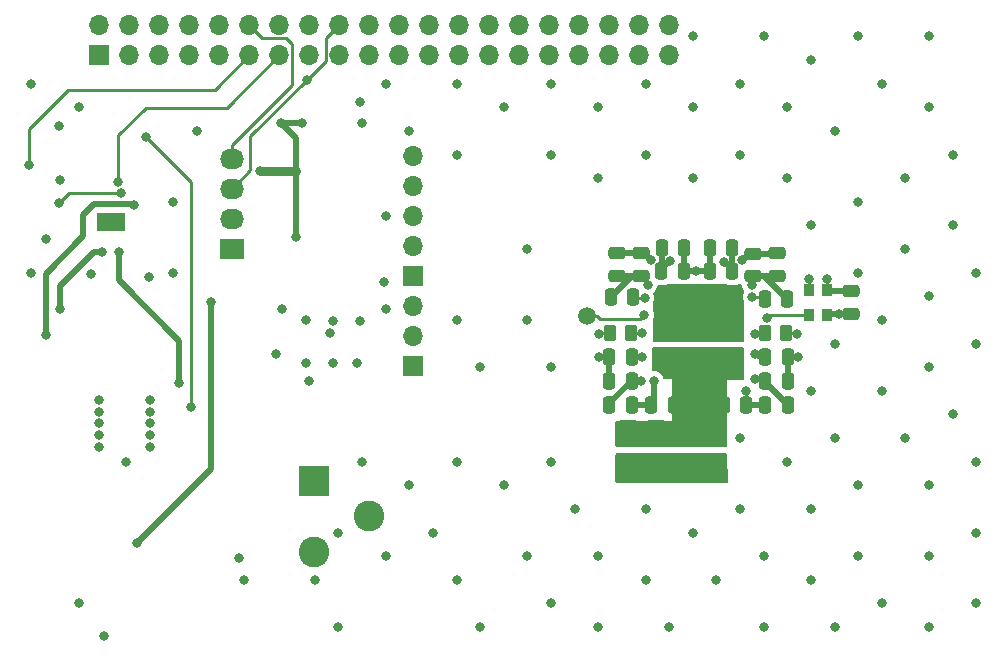
<source format=gbl>
G04 #@! TF.GenerationSoftware,KiCad,Pcbnew,7.0.7-7.0.7~ubuntu22.04.1*
G04 #@! TF.CreationDate,2023-10-23T09:56:03+02:00*
G04 #@! TF.ProjectId,bitaxeUltra,62697461-7865-4556-9c74-72612e6b6963,rev?*
G04 #@! TF.SameCoordinates,Original*
G04 #@! TF.FileFunction,Copper,L4,Bot*
G04 #@! TF.FilePolarity,Positive*
%FSLAX46Y46*%
G04 Gerber Fmt 4.6, Leading zero omitted, Abs format (unit mm)*
G04 Created by KiCad (PCBNEW 7.0.7-7.0.7~ubuntu22.04.1) date 2023-10-23 09:56:03*
%MOMM*%
%LPD*%
G01*
G04 APERTURE LIST*
G04 Aperture macros list*
%AMRoundRect*
0 Rectangle with rounded corners*
0 $1 Rounding radius*
0 $2 $3 $4 $5 $6 $7 $8 $9 X,Y pos of 4 corners*
0 Add a 4 corners polygon primitive as box body*
4,1,4,$2,$3,$4,$5,$6,$7,$8,$9,$2,$3,0*
0 Add four circle primitives for the rounded corners*
1,1,$1+$1,$2,$3*
1,1,$1+$1,$4,$5*
1,1,$1+$1,$6,$7*
1,1,$1+$1,$8,$9*
0 Add four rect primitives between the rounded corners*
20,1,$1+$1,$2,$3,$4,$5,0*
20,1,$1+$1,$4,$5,$6,$7,0*
20,1,$1+$1,$6,$7,$8,$9,0*
20,1,$1+$1,$8,$9,$2,$3,0*%
G04 Aperture macros list end*
G04 #@! TA.AperFunction,ComponentPad*
%ADD10R,1.700000X1.700000*%
G04 #@! TD*
G04 #@! TA.AperFunction,ComponentPad*
%ADD11O,1.700000X1.700000*%
G04 #@! TD*
G04 #@! TA.AperFunction,ComponentPad*
%ADD12R,2.030000X1.730000*%
G04 #@! TD*
G04 #@! TA.AperFunction,ComponentPad*
%ADD13O,2.030000X1.730000*%
G04 #@! TD*
G04 #@! TA.AperFunction,ComponentPad*
%ADD14R,2.600000X2.600000*%
G04 #@! TD*
G04 #@! TA.AperFunction,ComponentPad*
%ADD15C,2.600000*%
G04 #@! TD*
G04 #@! TA.AperFunction,ComponentPad*
%ADD16C,0.600000*%
G04 #@! TD*
G04 #@! TA.AperFunction,SMDPad,CuDef*
%ADD17R,2.400000X1.650000*%
G04 #@! TD*
G04 #@! TA.AperFunction,SMDPad,CuDef*
%ADD18RoundRect,0.250000X0.475000X-0.250000X0.475000X0.250000X-0.475000X0.250000X-0.475000X-0.250000X0*%
G04 #@! TD*
G04 #@! TA.AperFunction,SMDPad,CuDef*
%ADD19RoundRect,0.250000X0.250000X0.475000X-0.250000X0.475000X-0.250000X-0.475000X0.250000X-0.475000X0*%
G04 #@! TD*
G04 #@! TA.AperFunction,SMDPad,CuDef*
%ADD20RoundRect,0.250000X-0.250000X-0.475000X0.250000X-0.475000X0.250000X0.475000X-0.250000X0.475000X0*%
G04 #@! TD*
G04 #@! TA.AperFunction,SMDPad,CuDef*
%ADD21RoundRect,0.250000X-0.650000X0.325000X-0.650000X-0.325000X0.650000X-0.325000X0.650000X0.325000X0*%
G04 #@! TD*
G04 #@! TA.AperFunction,SMDPad,CuDef*
%ADD22RoundRect,0.250000X-0.475000X0.250000X-0.475000X-0.250000X0.475000X-0.250000X0.475000X0.250000X0*%
G04 #@! TD*
G04 #@! TA.AperFunction,SMDPad,CuDef*
%ADD23R,0.900000X1.000000*%
G04 #@! TD*
G04 #@! TA.AperFunction,SMDPad,CuDef*
%ADD24RoundRect,0.250000X0.262500X0.450000X-0.262500X0.450000X-0.262500X-0.450000X0.262500X-0.450000X0*%
G04 #@! TD*
G04 #@! TA.AperFunction,SMDPad,CuDef*
%ADD25C,1.500000*%
G04 #@! TD*
G04 #@! TA.AperFunction,ViaPad*
%ADD26C,0.800000*%
G04 #@! TD*
G04 #@! TA.AperFunction,Conductor*
%ADD27C,0.254000*%
G04 #@! TD*
G04 #@! TA.AperFunction,Conductor*
%ADD28C,0.508000*%
G04 #@! TD*
G04 #@! TA.AperFunction,Conductor*
%ADD29C,0.800000*%
G04 #@! TD*
G04 APERTURE END LIST*
D10*
X208280000Y-79248000D03*
D11*
X208280000Y-76708000D03*
X208280000Y-74168000D03*
X208280000Y-71628000D03*
X208280000Y-69088000D03*
D12*
X192994000Y-76952000D03*
D13*
X192994000Y-74412000D03*
X192994000Y-71872000D03*
X192994000Y-69332000D03*
D10*
X181737000Y-60568000D03*
D11*
X181737000Y-58028000D03*
X184277000Y-60568000D03*
X184277000Y-58028000D03*
X186817000Y-60568000D03*
X186817000Y-58028000D03*
X189357000Y-60568000D03*
X189357000Y-58028000D03*
X191897000Y-60568000D03*
X191897000Y-58028000D03*
X194437000Y-60568000D03*
X194437000Y-58028000D03*
X196977000Y-60568000D03*
X196977000Y-58028000D03*
X199517000Y-60568000D03*
X199517000Y-58028000D03*
X202057000Y-60568000D03*
X202057000Y-58028000D03*
X204597000Y-60568000D03*
X204597000Y-58028000D03*
X207137000Y-60568000D03*
X207137000Y-58028000D03*
X209677000Y-60568000D03*
X209677000Y-58028000D03*
X212217000Y-60568000D03*
X212217000Y-58028000D03*
X214757000Y-60568000D03*
X214757000Y-58028000D03*
X217297000Y-60568000D03*
X217297000Y-58028000D03*
X219837000Y-60568000D03*
X219837000Y-58028000D03*
X222377000Y-60568000D03*
X222377000Y-58028000D03*
X224917000Y-60568000D03*
X224917000Y-58028000D03*
X227457000Y-60568000D03*
X227457000Y-58028000D03*
X229997000Y-60568000D03*
X229997000Y-58028000D03*
D10*
X208280000Y-86868000D03*
D11*
X208280000Y-84328000D03*
X208280000Y-81788000D03*
D14*
X199898000Y-96616000D03*
D15*
X199898000Y-102616000D03*
X204598000Y-99616000D03*
D16*
X183561714Y-74254537D03*
X181841714Y-74254537D03*
X182701714Y-74734537D03*
D17*
X182701714Y-74734537D03*
D16*
X183561714Y-75214537D03*
X181841714Y-75214537D03*
D18*
X227584000Y-79248000D03*
X227584000Y-77348000D03*
D19*
X226959200Y-81026000D03*
X225059200Y-81026000D03*
D18*
X239100000Y-79250000D03*
X239100000Y-77350000D03*
D20*
X224922000Y-86106000D03*
X226822000Y-86106000D03*
X229350000Y-76900000D03*
X231250000Y-76900000D03*
D18*
X233426000Y-86040000D03*
X233426000Y-84140000D03*
X229362000Y-86040000D03*
X229362000Y-84140000D03*
D19*
X239999600Y-81229200D03*
X238099600Y-81229200D03*
D21*
X226517200Y-92096800D03*
X226517200Y-95046800D03*
D19*
X226822000Y-88138000D03*
X224922000Y-88138000D03*
X230378000Y-90170000D03*
X228478000Y-90170000D03*
X240030000Y-90170000D03*
X238130000Y-90170000D03*
D18*
X237134400Y-79283600D03*
X237134400Y-77383600D03*
D22*
X245364000Y-80584000D03*
X245364000Y-82484000D03*
D18*
X225600000Y-79250000D03*
X225600000Y-77350000D03*
D19*
X235350000Y-76900000D03*
X233450000Y-76900000D03*
X240030000Y-88138000D03*
X238130000Y-88138000D03*
D21*
X233629200Y-92096800D03*
X233629200Y-95046800D03*
D18*
X235458000Y-86040000D03*
X235458000Y-84140000D03*
D23*
X243345000Y-80459000D03*
X243345000Y-82609000D03*
X241795000Y-82609000D03*
X241795000Y-80459000D03*
D21*
X228904800Y-92096800D03*
X228904800Y-95046800D03*
D18*
X231394000Y-86040000D03*
X231394000Y-84140000D03*
D19*
X235341200Y-78892400D03*
X233441200Y-78892400D03*
D21*
X231292400Y-92096800D03*
X231292400Y-95046800D03*
D19*
X226822000Y-90170000D03*
X224922000Y-90170000D03*
D20*
X229326400Y-78892400D03*
X231226400Y-78892400D03*
D24*
X239926500Y-84074000D03*
X238101500Y-84074000D03*
D20*
X238130000Y-86106000D03*
X240030000Y-86106000D03*
D25*
X223012000Y-82650000D03*
D24*
X226795000Y-84140000D03*
X224970000Y-84140000D03*
D19*
X236540000Y-90170000D03*
X234640000Y-90170000D03*
D26*
X242000000Y-99000000D03*
X186005200Y-89762800D03*
X240000000Y-71000000D03*
X236205209Y-77901612D03*
X224000000Y-109000000D03*
X214000000Y-87000000D03*
X220000000Y-107000000D03*
X186005200Y-92762800D03*
X233934000Y-83362800D03*
X252000000Y-109000000D03*
X240000000Y-95000000D03*
X190000000Y-67000000D03*
X231902000Y-83362800D03*
X218000000Y-103000000D03*
X246000000Y-73000000D03*
X181755200Y-89762800D03*
X230886000Y-83362800D03*
X186005200Y-93762800D03*
X184000000Y-95000000D03*
X206000000Y-103000000D03*
X246000000Y-79000000D03*
X240792000Y-84201000D03*
X231902000Y-80568800D03*
X181039970Y-79135647D03*
X242000000Y-89000000D03*
X218000000Y-77000000D03*
X210000000Y-101000000D03*
X250000000Y-93000000D03*
X232918000Y-80568800D03*
X208000000Y-67000000D03*
X228000000Y-105000000D03*
X232000000Y-59000000D03*
X240000000Y-65000000D03*
X256000000Y-101000000D03*
X238000000Y-103000000D03*
X228000000Y-63000000D03*
X224000000Y-71000000D03*
X228000000Y-69000000D03*
X231902000Y-81889600D03*
X232918000Y-83362800D03*
X181755200Y-90762800D03*
X252000000Y-81000000D03*
X242000000Y-61000000D03*
X242000000Y-105000000D03*
X242000000Y-75000000D03*
X232308400Y-78892400D03*
X256000000Y-95000000D03*
X224000000Y-103000000D03*
X178308000Y-66548000D03*
X236000000Y-63000000D03*
X250000000Y-77000000D03*
X203962000Y-66360000D03*
X232000000Y-71000000D03*
X216000000Y-65000000D03*
X244000000Y-85000000D03*
X224000000Y-65000000D03*
X226517200Y-96316800D03*
X230886000Y-81889600D03*
X244348000Y-82484000D03*
X244000000Y-93000000D03*
X212000000Y-83000000D03*
X230886000Y-80568800D03*
X232000000Y-65000000D03*
X182118000Y-109728000D03*
X236000000Y-69000000D03*
X236000000Y-93000000D03*
X256000000Y-79000000D03*
X194000000Y-105000000D03*
X220000000Y-63000000D03*
X230000000Y-109000000D03*
X180000000Y-107000000D03*
X228854000Y-96316800D03*
X186005200Y-90762800D03*
X178436000Y-71126800D03*
X200000000Y-105000000D03*
X252000000Y-97000000D03*
X254000000Y-91000000D03*
X176000000Y-79000000D03*
X254000000Y-75000000D03*
X201525500Y-83058000D03*
X186005200Y-91762800D03*
X233934000Y-80568800D03*
X252000000Y-65000000D03*
X233578400Y-96316800D03*
X233934000Y-81889600D03*
X212000000Y-105000000D03*
X212000000Y-63000000D03*
X254000000Y-69000000D03*
X244000000Y-67000000D03*
X244000000Y-109000000D03*
X232000000Y-101000000D03*
X248000000Y-83000000D03*
X220000000Y-95000000D03*
X248000000Y-89000000D03*
X180000000Y-65000000D03*
X193548000Y-103124000D03*
X177267600Y-76105200D03*
X176000000Y-63000000D03*
X234000000Y-105000000D03*
X252000000Y-59000000D03*
X188000000Y-73000000D03*
X248000000Y-107000000D03*
X232918000Y-81889600D03*
X248000000Y-63000000D03*
X256000000Y-85000000D03*
X203557500Y-86614000D03*
X220000000Y-87000000D03*
X256000000Y-107000000D03*
X228472036Y-77890343D03*
X218000000Y-83000000D03*
X214000000Y-109000000D03*
X199239500Y-86614000D03*
X202000000Y-101000000D03*
X181755200Y-91762800D03*
X206000000Y-63000000D03*
X208000000Y-97000000D03*
X202000000Y-109000000D03*
X181755200Y-93762800D03*
X201525500Y-86614000D03*
X222000000Y-99000000D03*
X238000000Y-109000000D03*
X231241600Y-96316800D03*
X252000000Y-103000000D03*
X212000000Y-95000000D03*
X246000000Y-59000000D03*
X203811500Y-83058000D03*
X216000000Y-97000000D03*
X204000000Y-95000000D03*
X252000000Y-87000000D03*
X181755200Y-92762800D03*
X220000000Y-69000000D03*
X228000000Y-99000000D03*
X246000000Y-103000000D03*
X185970921Y-79351268D03*
X238000000Y-59000000D03*
X246000000Y-97000000D03*
X199268711Y-83028789D03*
X188000000Y-79000000D03*
X236000000Y-99000000D03*
X212000000Y-69000000D03*
X250000000Y-71000000D03*
X206000000Y-74168000D03*
X206031502Y-82107998D03*
X243332000Y-79502000D03*
X203811500Y-64516000D03*
X224028000Y-84201000D03*
X241808000Y-79502000D03*
X205843500Y-79756000D03*
X230073200Y-77978000D03*
X234600000Y-78100000D03*
X237236000Y-85852000D03*
X240919000Y-86106000D03*
X237236000Y-88011000D03*
X236474000Y-89027000D03*
X233629200Y-93319600D03*
X228904800Y-93319600D03*
X230886000Y-87833200D03*
X231902000Y-87833200D03*
X226517200Y-93268800D03*
X232918000Y-86868000D03*
X233934000Y-86868000D03*
X233934000Y-87833200D03*
X231241600Y-93319600D03*
X230886000Y-86868000D03*
X231902000Y-86868000D03*
X232918000Y-87833200D03*
X228727000Y-88138000D03*
X227584000Y-88138000D03*
X224028000Y-86106000D03*
X227711000Y-86106000D03*
X196699500Y-85852000D03*
X197207500Y-82108000D03*
X199493500Y-88138004D03*
X201271500Y-84074000D03*
X228193600Y-80060844D03*
X236982000Y-80060800D03*
X238316028Y-82813879D03*
X237295975Y-84186015D03*
X197104000Y-66294000D03*
X198397142Y-70363153D03*
X198374000Y-75946000D03*
X195326000Y-70358000D03*
X198882000Y-66294000D03*
X237032800Y-81026000D03*
X227914061Y-81123655D03*
X227711000Y-84074000D03*
X183337536Y-71318611D03*
X175768000Y-69850000D03*
X183389000Y-77248200D03*
X188519800Y-88322600D03*
X181966600Y-77248200D03*
X178461400Y-82074200D03*
X183551503Y-72246155D03*
X178334400Y-73108000D03*
X177200000Y-84300000D03*
X184900000Y-101900000D03*
X184700000Y-73259537D03*
X191200000Y-81500000D03*
X185674000Y-67545637D03*
X189484000Y-90354600D03*
X199307706Y-62655706D03*
X227888800Y-82600800D03*
D27*
X240665000Y-84074000D02*
X240792000Y-84201000D01*
D28*
X233450000Y-78883600D02*
X233441200Y-78892400D01*
D27*
X245364000Y-82484000D02*
X244348000Y-82484000D01*
D28*
X228904800Y-95046800D02*
X228904800Y-96266000D01*
D27*
X239926500Y-84074000D02*
X240665000Y-84074000D01*
D28*
X228472036Y-77890343D02*
X227929693Y-77348000D01*
X231250000Y-76900000D02*
X231250000Y-78868800D01*
X226517200Y-95046800D02*
X226517200Y-96316800D01*
X227582000Y-77350000D02*
X227584000Y-77348000D01*
X228904800Y-96266000D02*
X228854000Y-96316800D01*
X243470000Y-82484000D02*
X244348000Y-82484000D01*
X231226400Y-78892400D02*
X233441200Y-78892400D01*
X231250000Y-78868800D02*
X231226400Y-78892400D01*
X227929693Y-77348000D02*
X227584000Y-77348000D01*
X236205209Y-77901612D02*
X236723221Y-77383600D01*
X239066400Y-77383600D02*
X239100000Y-77350000D01*
X231292400Y-96266000D02*
X231241600Y-96316800D01*
D27*
X243345000Y-82609000D02*
X243470000Y-82484000D01*
D28*
X236723221Y-77383600D02*
X237134400Y-77383600D01*
X233629200Y-95046800D02*
X233629200Y-96266000D01*
X233629200Y-96266000D02*
X233578400Y-96316800D01*
X225600000Y-77350000D02*
X227582000Y-77350000D01*
X233450000Y-76900000D02*
X233450000Y-78883600D01*
X237134400Y-77383600D02*
X239066400Y-77383600D01*
X231292400Y-95046800D02*
X231292400Y-96266000D01*
D27*
X241795000Y-80459000D02*
X241795000Y-79515000D01*
X224089000Y-84140000D02*
X224028000Y-84201000D01*
X243470000Y-80584000D02*
X243345000Y-80459000D01*
X224970000Y-84140000D02*
X224089000Y-84140000D01*
X241795000Y-79515000D02*
X241808000Y-79502000D01*
X243345000Y-80459000D02*
X243345000Y-79515000D01*
X234600000Y-78151200D02*
X234600000Y-78100000D01*
D28*
X235350000Y-78883600D02*
X235341200Y-78892400D01*
X229350000Y-76900000D02*
X229350000Y-78868800D01*
X245364000Y-80584000D02*
X243470000Y-80584000D01*
X229326400Y-78724800D02*
X230073200Y-77978000D01*
D27*
X235341200Y-78892400D02*
X234600000Y-78151200D01*
D28*
X229326400Y-78892400D02*
X229326400Y-78724800D01*
X229350000Y-78868800D02*
X229326400Y-78892400D01*
D27*
X243345000Y-79515000D02*
X243332000Y-79502000D01*
D28*
X235350000Y-76900000D02*
X235350000Y-78883600D01*
D27*
X238130000Y-86106000D02*
X237490000Y-86106000D01*
X237490000Y-86106000D02*
X237236000Y-85852000D01*
X240919000Y-86106000D02*
X240030000Y-86106000D01*
D28*
X240030000Y-88138000D02*
X240030000Y-86106000D01*
X238130000Y-88270000D02*
X240030000Y-90170000D01*
D27*
X238130000Y-88138000D02*
X238130000Y-88270000D01*
X238003000Y-88011000D02*
X238130000Y-88138000D01*
X237236000Y-88011000D02*
X238003000Y-88011000D01*
D28*
X236540000Y-90170000D02*
X238130000Y-90170000D01*
D27*
X236474000Y-90104000D02*
X236540000Y-90170000D01*
X236474000Y-89027000D02*
X236474000Y-90104000D01*
D28*
X226822000Y-90170000D02*
X228478000Y-90170000D01*
X228727000Y-88138000D02*
X228727000Y-89921000D01*
D27*
X228727000Y-89921000D02*
X228478000Y-90170000D01*
X227584000Y-88138000D02*
X226822000Y-88138000D01*
D28*
X226822000Y-88138000D02*
X224922000Y-90038000D01*
D27*
X224922000Y-90038000D02*
X224922000Y-90170000D01*
X224028000Y-86106000D02*
X224922000Y-86106000D01*
D28*
X224922000Y-88138000D02*
X224922000Y-86106000D01*
D27*
X227711000Y-86106000D02*
X226822000Y-86106000D01*
X236982000Y-79436000D02*
X237134400Y-79283600D01*
D28*
X239100000Y-79250000D02*
X237168000Y-79250000D01*
X225600000Y-79250000D02*
X227582000Y-79250000D01*
X239999600Y-81229200D02*
X238054000Y-79283600D01*
X227582000Y-79250000D02*
X227584000Y-79248000D01*
X226837200Y-79248000D02*
X227584000Y-79248000D01*
D27*
X228193600Y-79857600D02*
X228193600Y-80060844D01*
X227584000Y-79248000D02*
X228193600Y-79857600D01*
X236982000Y-80060800D02*
X236982000Y-79436000D01*
D28*
X225059200Y-81026000D02*
X226837200Y-79248000D01*
X238054000Y-79283600D02*
X237134400Y-79283600D01*
X237168000Y-79250000D02*
X237134400Y-79283600D01*
D27*
X238520907Y-82609000D02*
X238316028Y-82813879D01*
X241795000Y-82609000D02*
X238520907Y-82609000D01*
X238101500Y-84074000D02*
X237407990Y-84074000D01*
X237407990Y-84074000D02*
X237295975Y-84186015D01*
D29*
X195331153Y-70363153D02*
X195326000Y-70358000D01*
D28*
X197104000Y-66294000D02*
X198882000Y-66294000D01*
X198374000Y-70386295D02*
X198397142Y-70363153D01*
X198374000Y-75946000D02*
X198374000Y-70386295D01*
X197104000Y-66294000D02*
X198397142Y-67587142D01*
D29*
X198397142Y-70363153D02*
X195331153Y-70363153D01*
D28*
X198397142Y-67587142D02*
X198397142Y-70363153D01*
D27*
X237896400Y-81026000D02*
X238099600Y-81229200D01*
X237032800Y-81026000D02*
X237896400Y-81026000D01*
X226959200Y-81026000D02*
X227056855Y-81123655D01*
X227056855Y-81123655D02*
X227914061Y-81123655D01*
X226861000Y-84074000D02*
X226795000Y-84140000D01*
X227711000Y-84074000D02*
X226861000Y-84074000D01*
X183337536Y-67360464D02*
X185674000Y-65024000D01*
X192521000Y-65024000D02*
X196977000Y-60568000D01*
X185674000Y-65024000D02*
X192521000Y-65024000D01*
X183337536Y-71318611D02*
X183337536Y-67360464D01*
X191505000Y-63500000D02*
X194437000Y-60568000D01*
X175768000Y-66802000D02*
X179070000Y-63500000D01*
X179070000Y-63500000D02*
X191505000Y-63500000D01*
X175768000Y-69850000D02*
X175768000Y-66802000D01*
D28*
X183389000Y-79630000D02*
X188519800Y-84760800D01*
X188519800Y-84760800D02*
X188519800Y-88322600D01*
X183389000Y-77248200D02*
X183389000Y-79630000D01*
X178461400Y-80110600D02*
X178461400Y-82074200D01*
X181323800Y-77248200D02*
X178461400Y-80110600D01*
X181966600Y-77248200D02*
X181323800Y-77248200D01*
D27*
X178334400Y-73108000D02*
X179196245Y-72246155D01*
X179196245Y-72246155D02*
X183551503Y-72246155D01*
D28*
X177200000Y-84300000D02*
X177200000Y-79086000D01*
X181300000Y-73200000D02*
X184640463Y-73200000D01*
X191200000Y-95600000D02*
X184900000Y-101900000D01*
X180400000Y-75886000D02*
X180400000Y-74100000D01*
X184640463Y-73200000D02*
X184700000Y-73259537D01*
X177200000Y-79086000D02*
X180400000Y-75886000D01*
X180400000Y-74100000D02*
X181300000Y-73200000D01*
X191200000Y-81500000D02*
X191200000Y-95600000D01*
D27*
X189484000Y-90354600D02*
X189484000Y-71355637D01*
X189484000Y-71355637D02*
X185674000Y-67545637D01*
X192994000Y-69332000D02*
X192994000Y-68213000D01*
X192994000Y-68213000D02*
X198106400Y-63100600D01*
X198106400Y-59676400D02*
X197587400Y-59157400D01*
X198106400Y-63100600D02*
X198106400Y-59676400D01*
X197587400Y-59157400D02*
X195566400Y-59157400D01*
X195566400Y-59157400D02*
X194437000Y-58028000D01*
X199307706Y-62655706D02*
X200927600Y-61035813D01*
X194519600Y-67443812D02*
X199307706Y-62655706D01*
X194519600Y-70346400D02*
X194519600Y-67443812D01*
X200927600Y-59157400D02*
X202057000Y-58028000D01*
X192994000Y-71872000D02*
X194519600Y-70346400D01*
X200927600Y-61035813D02*
X200927600Y-59157400D01*
X227558600Y-82931000D02*
X227888800Y-82600800D01*
X223012000Y-82650000D02*
X223874000Y-82650000D01*
X224155000Y-82931000D02*
X227558600Y-82931000D01*
X227888800Y-82600800D02*
X227787200Y-82600800D01*
X223874000Y-82650000D02*
X224155000Y-82931000D01*
G04 #@! TA.AperFunction,Conductor*
G36*
X234470996Y-93777966D02*
G01*
X234444638Y-93780800D01*
X230305362Y-93780800D01*
X230291740Y-93776800D01*
X234473131Y-93776800D01*
X234470996Y-93777966D01*
G37*
G04 #@! TD.AperFunction*
G04 #@! TA.AperFunction,Conductor*
G36*
X234450803Y-85293200D02*
G01*
X230293891Y-85293200D01*
X230302262Y-85292300D01*
X234447738Y-85292300D01*
X234450803Y-85293200D01*
G37*
G04 #@! TD.AperFunction*
G04 #@! TA.AperFunction,Conductor*
G36*
X236242575Y-85312885D02*
G01*
X236288330Y-85365689D01*
X236299490Y-85413819D01*
X236368926Y-87959819D01*
X236351076Y-88027371D01*
X236299539Y-88074548D01*
X236244972Y-88087200D01*
X234899200Y-88087200D01*
X234899200Y-93652800D01*
X234879515Y-93719839D01*
X234826711Y-93765594D01*
X234775200Y-93776800D01*
X225574400Y-93776800D01*
X225507361Y-93757115D01*
X225461606Y-93704311D01*
X225450400Y-93652800D01*
X225450400Y-91665600D01*
X225470085Y-91598561D01*
X225522889Y-91552806D01*
X225574400Y-91541600D01*
X230225600Y-91541600D01*
X230225600Y-88036400D01*
X229627523Y-88036400D01*
X229560484Y-88016715D01*
X229514729Y-87963911D01*
X229510485Y-87953365D01*
X229452789Y-87788478D01*
X229356816Y-87635738D01*
X229229262Y-87508184D01*
X229076523Y-87412211D01*
X228906254Y-87352631D01*
X228906249Y-87352630D01*
X228727004Y-87332435D01*
X228726996Y-87332435D01*
X228687083Y-87336932D01*
X228618261Y-87324877D01*
X228566882Y-87277528D01*
X228549200Y-87213712D01*
X228549200Y-85417200D01*
X228568885Y-85350161D01*
X228621689Y-85304406D01*
X228673200Y-85293200D01*
X230250000Y-85293200D01*
X234500000Y-85293200D01*
X236175536Y-85293200D01*
X236242575Y-85312885D01*
G37*
G04 #@! TD.AperFunction*
G04 #@! TA.AperFunction,Conductor*
G36*
X234844694Y-94304485D02*
G01*
X234890449Y-94357289D01*
X234901630Y-94406320D01*
X234947470Y-96698320D01*
X234929130Y-96765740D01*
X234877252Y-96812542D01*
X234823495Y-96824800D01*
X225574400Y-96824800D01*
X225507361Y-96805115D01*
X225461606Y-96752311D01*
X225450400Y-96700800D01*
X225450400Y-94408800D01*
X225470085Y-94341761D01*
X225522889Y-94296006D01*
X225574400Y-94284800D01*
X234777655Y-94284800D01*
X234844694Y-94304485D01*
G37*
G04 #@! TD.AperFunction*
G04 #@! TA.AperFunction,Conductor*
G36*
X234800236Y-79951068D02*
G01*
X234822504Y-79964236D01*
X234830802Y-79969144D01*
X234867191Y-79979716D01*
X234988626Y-80014997D01*
X234988629Y-80014997D01*
X234988631Y-80014998D01*
X235000922Y-80015965D01*
X235025504Y-80017900D01*
X235025506Y-80017900D01*
X235656896Y-80017900D01*
X235675331Y-80016449D01*
X235693769Y-80014998D01*
X235693771Y-80014997D01*
X235693773Y-80014997D01*
X235735391Y-80002905D01*
X235851598Y-79969144D01*
X235869146Y-79958765D01*
X235882164Y-79951068D01*
X235945284Y-79933800D01*
X236052435Y-79933800D01*
X236119474Y-79953485D01*
X236165229Y-80006289D01*
X236175584Y-80053888D01*
X236175655Y-80053881D01*
X236175732Y-80054572D01*
X236176435Y-80057800D01*
X236176435Y-80060803D01*
X236196630Y-80240049D01*
X236196631Y-80240054D01*
X236256211Y-80410323D01*
X236323776Y-80517851D01*
X236342776Y-80585088D01*
X236323778Y-80649792D01*
X236307009Y-80676481D01*
X236247433Y-80846737D01*
X236247430Y-80846750D01*
X236227235Y-81025996D01*
X236227235Y-81026003D01*
X236247430Y-81205249D01*
X236247431Y-81205254D01*
X236307011Y-81375524D01*
X236327993Y-81408915D01*
X236347000Y-81474888D01*
X236347000Y-84762800D01*
X236327315Y-84829839D01*
X236274511Y-84875594D01*
X236223000Y-84886800D01*
X228724000Y-84886800D01*
X228656961Y-84867115D01*
X228611206Y-84814311D01*
X228600000Y-84762800D01*
X228600000Y-83008917D01*
X228612285Y-82955104D01*
X228614585Y-82950328D01*
X228614589Y-82950322D01*
X228674168Y-82780055D01*
X228694365Y-82600800D01*
X228674168Y-82421545D01*
X228674167Y-82421543D01*
X228674166Y-82421537D01*
X228614591Y-82251282D01*
X228612285Y-82246495D01*
X228599999Y-82192686D01*
X228600000Y-81572320D01*
X228619006Y-81506349D01*
X228639850Y-81473177D01*
X228699429Y-81302910D01*
X228719626Y-81123655D01*
X228708623Y-81026003D01*
X228699430Y-80944405D01*
X228699427Y-80944392D01*
X228658293Y-80826839D01*
X228654731Y-80757060D01*
X228689459Y-80696433D01*
X228694512Y-80692009D01*
X228695859Y-80690661D01*
X228695862Y-80690660D01*
X228823416Y-80563106D01*
X228919389Y-80410366D01*
X228978968Y-80240099D01*
X228990771Y-80135344D01*
X228991597Y-80128017D01*
X229018663Y-80063603D01*
X229076258Y-80024048D01*
X229114817Y-80017900D01*
X229642096Y-80017900D01*
X229660531Y-80016449D01*
X229678969Y-80014998D01*
X229678971Y-80014997D01*
X229678973Y-80014997D01*
X229720591Y-80002905D01*
X229836798Y-79969144D01*
X229854346Y-79958765D01*
X229867364Y-79951068D01*
X229930484Y-79933800D01*
X234737116Y-79933800D01*
X234800236Y-79951068D01*
G37*
G04 #@! TD.AperFunction*
M02*

</source>
